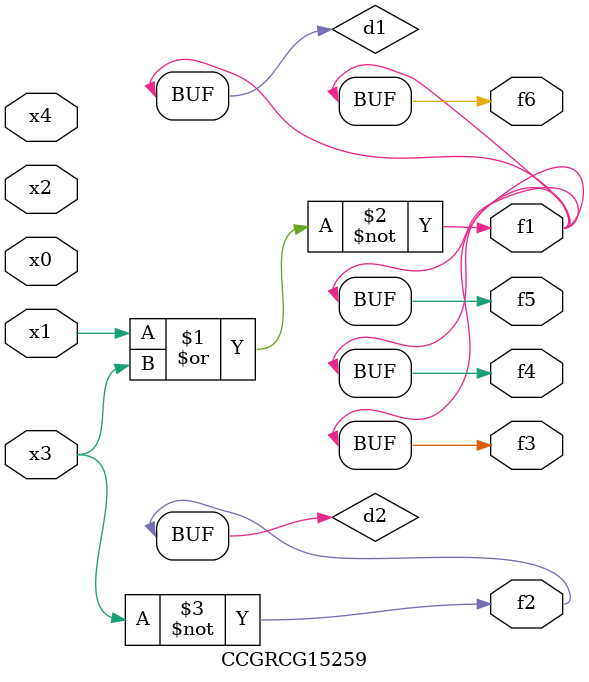
<source format=v>
module CCGRCG15259(
	input x0, x1, x2, x3, x4,
	output f1, f2, f3, f4, f5, f6
);

	wire d1, d2;

	nor (d1, x1, x3);
	not (d2, x3);
	assign f1 = d1;
	assign f2 = d2;
	assign f3 = d1;
	assign f4 = d1;
	assign f5 = d1;
	assign f6 = d1;
endmodule

</source>
